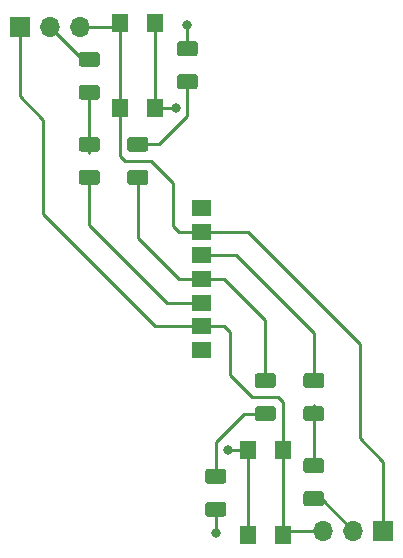
<source format=gbr>
G04 #@! TF.GenerationSoftware,KiCad,Pcbnew,(5.0.1)-4*
G04 #@! TF.CreationDate,2019-02-20T00:24:04+08:00*
G04 #@! TF.ProjectId,Xiaomi2Ali-Smart-Plug-WIFI-Module-Rev.B,5869616F6D6932416C692D536D617274,rev?*
G04 #@! TF.SameCoordinates,Original*
G04 #@! TF.FileFunction,Copper,L1,Top,Signal*
G04 #@! TF.FilePolarity,Positive*
%FSLAX46Y46*%
G04 Gerber Fmt 4.6, Leading zero omitted, Abs format (unit mm)*
G04 Created by KiCad (PCBNEW (5.0.1)-4) date 2019/2/20 0:24:04*
%MOMM*%
%LPD*%
G01*
G04 APERTURE LIST*
G04 #@! TA.AperFunction,ComponentPad*
%ADD10R,1.350000X1.350000*%
G04 #@! TD*
G04 #@! TA.AperFunction,Conductor*
%ADD11C,0.100000*%
G04 #@! TD*
G04 #@! TA.AperFunction,SMDPad,CuDef*
%ADD12C,1.250000*%
G04 #@! TD*
G04 #@! TA.AperFunction,ComponentPad*
%ADD13O,1.700000X1.700000*%
G04 #@! TD*
G04 #@! TA.AperFunction,ComponentPad*
%ADD14R,1.700000X1.700000*%
G04 #@! TD*
G04 #@! TA.AperFunction,SMDPad,CuDef*
%ADD15R,1.400000X1.600000*%
G04 #@! TD*
G04 #@! TA.AperFunction,ViaPad*
%ADD16C,0.800000*%
G04 #@! TD*
G04 #@! TA.AperFunction,Conductor*
%ADD17C,0.250000*%
G04 #@! TD*
G04 APERTURE END LIST*
D10*
G04 #@! TO.P,J1,7*
G04 #@! TO.N,N/C*
X143300000Y-99500000D03*
G04 #@! TO.P,J1,6*
X143300000Y-97500000D03*
G04 #@! TO.P,J1,5*
X143300000Y-95500000D03*
G04 #@! TO.P,J1,4*
X143300000Y-93500000D03*
G04 #@! TO.P,J1,3*
X143300000Y-91500000D03*
G04 #@! TO.P,J1,2*
X143300000Y-89500000D03*
G04 #@! TO.P,J1,1*
X143300000Y-87500000D03*
G04 #@! TD*
G04 #@! TO.P,J1,1*
G04 #@! TO.N,N/C*
X143500000Y-99500000D03*
G04 #@! TO.P,J1,2*
X143500000Y-97500000D03*
G04 #@! TO.P,J1,3*
X143500000Y-95500000D03*
G04 #@! TO.P,J1,4*
X143500000Y-93500000D03*
G04 #@! TO.P,J1,5*
X143500000Y-91500000D03*
G04 #@! TO.P,J1,6*
X143500000Y-89500000D03*
G04 #@! TO.P,J1,7*
X143500000Y-87500000D03*
G04 #@! TD*
D11*
G04 #@! TO.N,N/C*
G04 #@! TO.C,R1*
G36*
X149449504Y-104276204D02*
X149473773Y-104279804D01*
X149497571Y-104285765D01*
X149520671Y-104294030D01*
X149542849Y-104304520D01*
X149563893Y-104317133D01*
X149583598Y-104331747D01*
X149601777Y-104348223D01*
X149618253Y-104366402D01*
X149632867Y-104386107D01*
X149645480Y-104407151D01*
X149655970Y-104429329D01*
X149664235Y-104452429D01*
X149670196Y-104476227D01*
X149673796Y-104500496D01*
X149675000Y-104525000D01*
X149675000Y-105275000D01*
X149673796Y-105299504D01*
X149670196Y-105323773D01*
X149664235Y-105347571D01*
X149655970Y-105370671D01*
X149645480Y-105392849D01*
X149632867Y-105413893D01*
X149618253Y-105433598D01*
X149601777Y-105451777D01*
X149583598Y-105468253D01*
X149563893Y-105482867D01*
X149542849Y-105495480D01*
X149520671Y-105505970D01*
X149497571Y-105514235D01*
X149473773Y-105520196D01*
X149449504Y-105523796D01*
X149425000Y-105525000D01*
X148175000Y-105525000D01*
X148150496Y-105523796D01*
X148126227Y-105520196D01*
X148102429Y-105514235D01*
X148079329Y-105505970D01*
X148057151Y-105495480D01*
X148036107Y-105482867D01*
X148016402Y-105468253D01*
X147998223Y-105451777D01*
X147981747Y-105433598D01*
X147967133Y-105413893D01*
X147954520Y-105392849D01*
X147944030Y-105370671D01*
X147935765Y-105347571D01*
X147929804Y-105323773D01*
X147926204Y-105299504D01*
X147925000Y-105275000D01*
X147925000Y-104525000D01*
X147926204Y-104500496D01*
X147929804Y-104476227D01*
X147935765Y-104452429D01*
X147944030Y-104429329D01*
X147954520Y-104407151D01*
X147967133Y-104386107D01*
X147981747Y-104366402D01*
X147998223Y-104348223D01*
X148016402Y-104331747D01*
X148036107Y-104317133D01*
X148057151Y-104304520D01*
X148079329Y-104294030D01*
X148102429Y-104285765D01*
X148126227Y-104279804D01*
X148150496Y-104276204D01*
X148175000Y-104275000D01*
X149425000Y-104275000D01*
X149449504Y-104276204D01*
X149449504Y-104276204D01*
G37*
D12*
G04 #@! TD*
G04 #@! TO.P,R1,2*
G04 #@! TO.N,N/C*
X148800000Y-104900000D03*
D11*
G04 #@! TO.N,N/C*
G04 #@! TO.C,R1*
G36*
X149449504Y-101476204D02*
X149473773Y-101479804D01*
X149497571Y-101485765D01*
X149520671Y-101494030D01*
X149542849Y-101504520D01*
X149563893Y-101517133D01*
X149583598Y-101531747D01*
X149601777Y-101548223D01*
X149618253Y-101566402D01*
X149632867Y-101586107D01*
X149645480Y-101607151D01*
X149655970Y-101629329D01*
X149664235Y-101652429D01*
X149670196Y-101676227D01*
X149673796Y-101700496D01*
X149675000Y-101725000D01*
X149675000Y-102475000D01*
X149673796Y-102499504D01*
X149670196Y-102523773D01*
X149664235Y-102547571D01*
X149655970Y-102570671D01*
X149645480Y-102592849D01*
X149632867Y-102613893D01*
X149618253Y-102633598D01*
X149601777Y-102651777D01*
X149583598Y-102668253D01*
X149563893Y-102682867D01*
X149542849Y-102695480D01*
X149520671Y-102705970D01*
X149497571Y-102714235D01*
X149473773Y-102720196D01*
X149449504Y-102723796D01*
X149425000Y-102725000D01*
X148175000Y-102725000D01*
X148150496Y-102723796D01*
X148126227Y-102720196D01*
X148102429Y-102714235D01*
X148079329Y-102705970D01*
X148057151Y-102695480D01*
X148036107Y-102682867D01*
X148016402Y-102668253D01*
X147998223Y-102651777D01*
X147981747Y-102633598D01*
X147967133Y-102613893D01*
X147954520Y-102592849D01*
X147944030Y-102570671D01*
X147935765Y-102547571D01*
X147929804Y-102523773D01*
X147926204Y-102499504D01*
X147925000Y-102475000D01*
X147925000Y-101725000D01*
X147926204Y-101700496D01*
X147929804Y-101676227D01*
X147935765Y-101652429D01*
X147944030Y-101629329D01*
X147954520Y-101607151D01*
X147967133Y-101586107D01*
X147981747Y-101566402D01*
X147998223Y-101548223D01*
X148016402Y-101531747D01*
X148036107Y-101517133D01*
X148057151Y-101504520D01*
X148079329Y-101494030D01*
X148102429Y-101485765D01*
X148126227Y-101479804D01*
X148150496Y-101476204D01*
X148175000Y-101475000D01*
X149425000Y-101475000D01*
X149449504Y-101476204D01*
X149449504Y-101476204D01*
G37*
D12*
G04 #@! TD*
G04 #@! TO.P,R1,1*
G04 #@! TO.N,N/C*
X148800000Y-102100000D03*
D11*
G04 #@! TO.N,N/C*
G04 #@! TO.C,yellow*
G36*
X153549504Y-108676204D02*
X153573773Y-108679804D01*
X153597571Y-108685765D01*
X153620671Y-108694030D01*
X153642849Y-108704520D01*
X153663893Y-108717133D01*
X153683598Y-108731747D01*
X153701777Y-108748223D01*
X153718253Y-108766402D01*
X153732867Y-108786107D01*
X153745480Y-108807151D01*
X153755970Y-108829329D01*
X153764235Y-108852429D01*
X153770196Y-108876227D01*
X153773796Y-108900496D01*
X153775000Y-108925000D01*
X153775000Y-109675000D01*
X153773796Y-109699504D01*
X153770196Y-109723773D01*
X153764235Y-109747571D01*
X153755970Y-109770671D01*
X153745480Y-109792849D01*
X153732867Y-109813893D01*
X153718253Y-109833598D01*
X153701777Y-109851777D01*
X153683598Y-109868253D01*
X153663893Y-109882867D01*
X153642849Y-109895480D01*
X153620671Y-109905970D01*
X153597571Y-109914235D01*
X153573773Y-109920196D01*
X153549504Y-109923796D01*
X153525000Y-109925000D01*
X152275000Y-109925000D01*
X152250496Y-109923796D01*
X152226227Y-109920196D01*
X152202429Y-109914235D01*
X152179329Y-109905970D01*
X152157151Y-109895480D01*
X152136107Y-109882867D01*
X152116402Y-109868253D01*
X152098223Y-109851777D01*
X152081747Y-109833598D01*
X152067133Y-109813893D01*
X152054520Y-109792849D01*
X152044030Y-109770671D01*
X152035765Y-109747571D01*
X152029804Y-109723773D01*
X152026204Y-109699504D01*
X152025000Y-109675000D01*
X152025000Y-108925000D01*
X152026204Y-108900496D01*
X152029804Y-108876227D01*
X152035765Y-108852429D01*
X152044030Y-108829329D01*
X152054520Y-108807151D01*
X152067133Y-108786107D01*
X152081747Y-108766402D01*
X152098223Y-108748223D01*
X152116402Y-108731747D01*
X152136107Y-108717133D01*
X152157151Y-108704520D01*
X152179329Y-108694030D01*
X152202429Y-108685765D01*
X152226227Y-108679804D01*
X152250496Y-108676204D01*
X152275000Y-108675000D01*
X153525000Y-108675000D01*
X153549504Y-108676204D01*
X153549504Y-108676204D01*
G37*
D12*
G04 #@! TD*
G04 #@! TO.P,yellow,1*
G04 #@! TO.N,N/C*
X152900000Y-109300000D03*
D11*
G04 #@! TO.N,N/C*
G04 #@! TO.C,yellow*
G36*
X153549504Y-111476204D02*
X153573773Y-111479804D01*
X153597571Y-111485765D01*
X153620671Y-111494030D01*
X153642849Y-111504520D01*
X153663893Y-111517133D01*
X153683598Y-111531747D01*
X153701777Y-111548223D01*
X153718253Y-111566402D01*
X153732867Y-111586107D01*
X153745480Y-111607151D01*
X153755970Y-111629329D01*
X153764235Y-111652429D01*
X153770196Y-111676227D01*
X153773796Y-111700496D01*
X153775000Y-111725000D01*
X153775000Y-112475000D01*
X153773796Y-112499504D01*
X153770196Y-112523773D01*
X153764235Y-112547571D01*
X153755970Y-112570671D01*
X153745480Y-112592849D01*
X153732867Y-112613893D01*
X153718253Y-112633598D01*
X153701777Y-112651777D01*
X153683598Y-112668253D01*
X153663893Y-112682867D01*
X153642849Y-112695480D01*
X153620671Y-112705970D01*
X153597571Y-112714235D01*
X153573773Y-112720196D01*
X153549504Y-112723796D01*
X153525000Y-112725000D01*
X152275000Y-112725000D01*
X152250496Y-112723796D01*
X152226227Y-112720196D01*
X152202429Y-112714235D01*
X152179329Y-112705970D01*
X152157151Y-112695480D01*
X152136107Y-112682867D01*
X152116402Y-112668253D01*
X152098223Y-112651777D01*
X152081747Y-112633598D01*
X152067133Y-112613893D01*
X152054520Y-112592849D01*
X152044030Y-112570671D01*
X152035765Y-112547571D01*
X152029804Y-112523773D01*
X152026204Y-112499504D01*
X152025000Y-112475000D01*
X152025000Y-111725000D01*
X152026204Y-111700496D01*
X152029804Y-111676227D01*
X152035765Y-111652429D01*
X152044030Y-111629329D01*
X152054520Y-111607151D01*
X152067133Y-111586107D01*
X152081747Y-111566402D01*
X152098223Y-111548223D01*
X152116402Y-111531747D01*
X152136107Y-111517133D01*
X152157151Y-111504520D01*
X152179329Y-111494030D01*
X152202429Y-111485765D01*
X152226227Y-111479804D01*
X152250496Y-111476204D01*
X152275000Y-111475000D01*
X153525000Y-111475000D01*
X153549504Y-111476204D01*
X153549504Y-111476204D01*
G37*
D12*
G04 #@! TD*
G04 #@! TO.P,yellow,2*
G04 #@! TO.N,N/C*
X152900000Y-112100000D03*
D13*
G04 #@! TO.P,J2,3*
G04 #@! TO.N,N/C*
X153720000Y-114800000D03*
G04 #@! TO.P,J2,2*
X156260000Y-114800000D03*
D14*
G04 #@! TO.P,J2,1*
X158800000Y-114800000D03*
G04 #@! TD*
D11*
G04 #@! TO.N,N/C*
G04 #@! TO.C,blue*
G36*
X145249504Y-112376204D02*
X145273773Y-112379804D01*
X145297571Y-112385765D01*
X145320671Y-112394030D01*
X145342849Y-112404520D01*
X145363893Y-112417133D01*
X145383598Y-112431747D01*
X145401777Y-112448223D01*
X145418253Y-112466402D01*
X145432867Y-112486107D01*
X145445480Y-112507151D01*
X145455970Y-112529329D01*
X145464235Y-112552429D01*
X145470196Y-112576227D01*
X145473796Y-112600496D01*
X145475000Y-112625000D01*
X145475000Y-113375000D01*
X145473796Y-113399504D01*
X145470196Y-113423773D01*
X145464235Y-113447571D01*
X145455970Y-113470671D01*
X145445480Y-113492849D01*
X145432867Y-113513893D01*
X145418253Y-113533598D01*
X145401777Y-113551777D01*
X145383598Y-113568253D01*
X145363893Y-113582867D01*
X145342849Y-113595480D01*
X145320671Y-113605970D01*
X145297571Y-113614235D01*
X145273773Y-113620196D01*
X145249504Y-113623796D01*
X145225000Y-113625000D01*
X143975000Y-113625000D01*
X143950496Y-113623796D01*
X143926227Y-113620196D01*
X143902429Y-113614235D01*
X143879329Y-113605970D01*
X143857151Y-113595480D01*
X143836107Y-113582867D01*
X143816402Y-113568253D01*
X143798223Y-113551777D01*
X143781747Y-113533598D01*
X143767133Y-113513893D01*
X143754520Y-113492849D01*
X143744030Y-113470671D01*
X143735765Y-113447571D01*
X143729804Y-113423773D01*
X143726204Y-113399504D01*
X143725000Y-113375000D01*
X143725000Y-112625000D01*
X143726204Y-112600496D01*
X143729804Y-112576227D01*
X143735765Y-112552429D01*
X143744030Y-112529329D01*
X143754520Y-112507151D01*
X143767133Y-112486107D01*
X143781747Y-112466402D01*
X143798223Y-112448223D01*
X143816402Y-112431747D01*
X143836107Y-112417133D01*
X143857151Y-112404520D01*
X143879329Y-112394030D01*
X143902429Y-112385765D01*
X143926227Y-112379804D01*
X143950496Y-112376204D01*
X143975000Y-112375000D01*
X145225000Y-112375000D01*
X145249504Y-112376204D01*
X145249504Y-112376204D01*
G37*
D12*
G04 #@! TD*
G04 #@! TO.P,blue,2*
G04 #@! TO.N,N/C*
X144600000Y-113000000D03*
D11*
G04 #@! TO.N,N/C*
G04 #@! TO.C,blue*
G36*
X145249504Y-109576204D02*
X145273773Y-109579804D01*
X145297571Y-109585765D01*
X145320671Y-109594030D01*
X145342849Y-109604520D01*
X145363893Y-109617133D01*
X145383598Y-109631747D01*
X145401777Y-109648223D01*
X145418253Y-109666402D01*
X145432867Y-109686107D01*
X145445480Y-109707151D01*
X145455970Y-109729329D01*
X145464235Y-109752429D01*
X145470196Y-109776227D01*
X145473796Y-109800496D01*
X145475000Y-109825000D01*
X145475000Y-110575000D01*
X145473796Y-110599504D01*
X145470196Y-110623773D01*
X145464235Y-110647571D01*
X145455970Y-110670671D01*
X145445480Y-110692849D01*
X145432867Y-110713893D01*
X145418253Y-110733598D01*
X145401777Y-110751777D01*
X145383598Y-110768253D01*
X145363893Y-110782867D01*
X145342849Y-110795480D01*
X145320671Y-110805970D01*
X145297571Y-110814235D01*
X145273773Y-110820196D01*
X145249504Y-110823796D01*
X145225000Y-110825000D01*
X143975000Y-110825000D01*
X143950496Y-110823796D01*
X143926227Y-110820196D01*
X143902429Y-110814235D01*
X143879329Y-110805970D01*
X143857151Y-110795480D01*
X143836107Y-110782867D01*
X143816402Y-110768253D01*
X143798223Y-110751777D01*
X143781747Y-110733598D01*
X143767133Y-110713893D01*
X143754520Y-110692849D01*
X143744030Y-110670671D01*
X143735765Y-110647571D01*
X143729804Y-110623773D01*
X143726204Y-110599504D01*
X143725000Y-110575000D01*
X143725000Y-109825000D01*
X143726204Y-109800496D01*
X143729804Y-109776227D01*
X143735765Y-109752429D01*
X143744030Y-109729329D01*
X143754520Y-109707151D01*
X143767133Y-109686107D01*
X143781747Y-109666402D01*
X143798223Y-109648223D01*
X143816402Y-109631747D01*
X143836107Y-109617133D01*
X143857151Y-109604520D01*
X143879329Y-109594030D01*
X143902429Y-109585765D01*
X143926227Y-109579804D01*
X143950496Y-109576204D01*
X143975000Y-109575000D01*
X145225000Y-109575000D01*
X145249504Y-109576204D01*
X145249504Y-109576204D01*
G37*
D12*
G04 #@! TD*
G04 #@! TO.P,blue,1*
G04 #@! TO.N,N/C*
X144600000Y-110200000D03*
D15*
G04 #@! TO.P,SW1,2*
G04 #@! TO.N,N/C*
X147300000Y-108000000D03*
X147300000Y-115200000D03*
G04 #@! TO.P,SW1,1*
X150300000Y-108000000D03*
X150300000Y-115200000D03*
G04 #@! TD*
D11*
G04 #@! TO.N,N/C*
G04 #@! TO.C,R2*
G36*
X153549504Y-101476204D02*
X153573773Y-101479804D01*
X153597571Y-101485765D01*
X153620671Y-101494030D01*
X153642849Y-101504520D01*
X153663893Y-101517133D01*
X153683598Y-101531747D01*
X153701777Y-101548223D01*
X153718253Y-101566402D01*
X153732867Y-101586107D01*
X153745480Y-101607151D01*
X153755970Y-101629329D01*
X153764235Y-101652429D01*
X153770196Y-101676227D01*
X153773796Y-101700496D01*
X153775000Y-101725000D01*
X153775000Y-102475000D01*
X153773796Y-102499504D01*
X153770196Y-102523773D01*
X153764235Y-102547571D01*
X153755970Y-102570671D01*
X153745480Y-102592849D01*
X153732867Y-102613893D01*
X153718253Y-102633598D01*
X153701777Y-102651777D01*
X153683598Y-102668253D01*
X153663893Y-102682867D01*
X153642849Y-102695480D01*
X153620671Y-102705970D01*
X153597571Y-102714235D01*
X153573773Y-102720196D01*
X153549504Y-102723796D01*
X153525000Y-102725000D01*
X152275000Y-102725000D01*
X152250496Y-102723796D01*
X152226227Y-102720196D01*
X152202429Y-102714235D01*
X152179329Y-102705970D01*
X152157151Y-102695480D01*
X152136107Y-102682867D01*
X152116402Y-102668253D01*
X152098223Y-102651777D01*
X152081747Y-102633598D01*
X152067133Y-102613893D01*
X152054520Y-102592849D01*
X152044030Y-102570671D01*
X152035765Y-102547571D01*
X152029804Y-102523773D01*
X152026204Y-102499504D01*
X152025000Y-102475000D01*
X152025000Y-101725000D01*
X152026204Y-101700496D01*
X152029804Y-101676227D01*
X152035765Y-101652429D01*
X152044030Y-101629329D01*
X152054520Y-101607151D01*
X152067133Y-101586107D01*
X152081747Y-101566402D01*
X152098223Y-101548223D01*
X152116402Y-101531747D01*
X152136107Y-101517133D01*
X152157151Y-101504520D01*
X152179329Y-101494030D01*
X152202429Y-101485765D01*
X152226227Y-101479804D01*
X152250496Y-101476204D01*
X152275000Y-101475000D01*
X153525000Y-101475000D01*
X153549504Y-101476204D01*
X153549504Y-101476204D01*
G37*
D12*
G04 #@! TD*
G04 #@! TO.P,R2,1*
G04 #@! TO.N,N/C*
X152900000Y-102100000D03*
D11*
G04 #@! TO.N,N/C*
G04 #@! TO.C,R2*
G36*
X153549504Y-104276204D02*
X153573773Y-104279804D01*
X153597571Y-104285765D01*
X153620671Y-104294030D01*
X153642849Y-104304520D01*
X153663893Y-104317133D01*
X153683598Y-104331747D01*
X153701777Y-104348223D01*
X153718253Y-104366402D01*
X153732867Y-104386107D01*
X153745480Y-104407151D01*
X153755970Y-104429329D01*
X153764235Y-104452429D01*
X153770196Y-104476227D01*
X153773796Y-104500496D01*
X153775000Y-104525000D01*
X153775000Y-105275000D01*
X153773796Y-105299504D01*
X153770196Y-105323773D01*
X153764235Y-105347571D01*
X153755970Y-105370671D01*
X153745480Y-105392849D01*
X153732867Y-105413893D01*
X153718253Y-105433598D01*
X153701777Y-105451777D01*
X153683598Y-105468253D01*
X153663893Y-105482867D01*
X153642849Y-105495480D01*
X153620671Y-105505970D01*
X153597571Y-105514235D01*
X153573773Y-105520196D01*
X153549504Y-105523796D01*
X153525000Y-105525000D01*
X152275000Y-105525000D01*
X152250496Y-105523796D01*
X152226227Y-105520196D01*
X152202429Y-105514235D01*
X152179329Y-105505970D01*
X152157151Y-105495480D01*
X152136107Y-105482867D01*
X152116402Y-105468253D01*
X152098223Y-105451777D01*
X152081747Y-105433598D01*
X152067133Y-105413893D01*
X152054520Y-105392849D01*
X152044030Y-105370671D01*
X152035765Y-105347571D01*
X152029804Y-105323773D01*
X152026204Y-105299504D01*
X152025000Y-105275000D01*
X152025000Y-104525000D01*
X152026204Y-104500496D01*
X152029804Y-104476227D01*
X152035765Y-104452429D01*
X152044030Y-104429329D01*
X152054520Y-104407151D01*
X152067133Y-104386107D01*
X152081747Y-104366402D01*
X152098223Y-104348223D01*
X152116402Y-104331747D01*
X152136107Y-104317133D01*
X152157151Y-104304520D01*
X152179329Y-104294030D01*
X152202429Y-104285765D01*
X152226227Y-104279804D01*
X152250496Y-104276204D01*
X152275000Y-104275000D01*
X153525000Y-104275000D01*
X153549504Y-104276204D01*
X153549504Y-104276204D01*
G37*
D12*
G04 #@! TD*
G04 #@! TO.P,R2,2*
G04 #@! TO.N,N/C*
X152900000Y-104900000D03*
D11*
G04 #@! TO.N,Net-(D1-Pad1)*
G04 #@! TO.C,blue*
G36*
X142849504Y-76176204D02*
X142873773Y-76179804D01*
X142897571Y-76185765D01*
X142920671Y-76194030D01*
X142942849Y-76204520D01*
X142963893Y-76217133D01*
X142983598Y-76231747D01*
X143001777Y-76248223D01*
X143018253Y-76266402D01*
X143032867Y-76286107D01*
X143045480Y-76307151D01*
X143055970Y-76329329D01*
X143064235Y-76352429D01*
X143070196Y-76376227D01*
X143073796Y-76400496D01*
X143075000Y-76425000D01*
X143075000Y-77175000D01*
X143073796Y-77199504D01*
X143070196Y-77223773D01*
X143064235Y-77247571D01*
X143055970Y-77270671D01*
X143045480Y-77292849D01*
X143032867Y-77313893D01*
X143018253Y-77333598D01*
X143001777Y-77351777D01*
X142983598Y-77368253D01*
X142963893Y-77382867D01*
X142942849Y-77395480D01*
X142920671Y-77405970D01*
X142897571Y-77414235D01*
X142873773Y-77420196D01*
X142849504Y-77423796D01*
X142825000Y-77425000D01*
X141575000Y-77425000D01*
X141550496Y-77423796D01*
X141526227Y-77420196D01*
X141502429Y-77414235D01*
X141479329Y-77405970D01*
X141457151Y-77395480D01*
X141436107Y-77382867D01*
X141416402Y-77368253D01*
X141398223Y-77351777D01*
X141381747Y-77333598D01*
X141367133Y-77313893D01*
X141354520Y-77292849D01*
X141344030Y-77270671D01*
X141335765Y-77247571D01*
X141329804Y-77223773D01*
X141326204Y-77199504D01*
X141325000Y-77175000D01*
X141325000Y-76425000D01*
X141326204Y-76400496D01*
X141329804Y-76376227D01*
X141335765Y-76352429D01*
X141344030Y-76329329D01*
X141354520Y-76307151D01*
X141367133Y-76286107D01*
X141381747Y-76266402D01*
X141398223Y-76248223D01*
X141416402Y-76231747D01*
X141436107Y-76217133D01*
X141457151Y-76204520D01*
X141479329Y-76194030D01*
X141502429Y-76185765D01*
X141526227Y-76179804D01*
X141550496Y-76176204D01*
X141575000Y-76175000D01*
X142825000Y-76175000D01*
X142849504Y-76176204D01*
X142849504Y-76176204D01*
G37*
D12*
G04 #@! TD*
G04 #@! TO.P,blue,1*
G04 #@! TO.N,Net-(D1-Pad1)*
X142200000Y-76800000D03*
D11*
G04 #@! TO.N,VCC*
G04 #@! TO.C,blue*
G36*
X142849504Y-73376204D02*
X142873773Y-73379804D01*
X142897571Y-73385765D01*
X142920671Y-73394030D01*
X142942849Y-73404520D01*
X142963893Y-73417133D01*
X142983598Y-73431747D01*
X143001777Y-73448223D01*
X143018253Y-73466402D01*
X143032867Y-73486107D01*
X143045480Y-73507151D01*
X143055970Y-73529329D01*
X143064235Y-73552429D01*
X143070196Y-73576227D01*
X143073796Y-73600496D01*
X143075000Y-73625000D01*
X143075000Y-74375000D01*
X143073796Y-74399504D01*
X143070196Y-74423773D01*
X143064235Y-74447571D01*
X143055970Y-74470671D01*
X143045480Y-74492849D01*
X143032867Y-74513893D01*
X143018253Y-74533598D01*
X143001777Y-74551777D01*
X142983598Y-74568253D01*
X142963893Y-74582867D01*
X142942849Y-74595480D01*
X142920671Y-74605970D01*
X142897571Y-74614235D01*
X142873773Y-74620196D01*
X142849504Y-74623796D01*
X142825000Y-74625000D01*
X141575000Y-74625000D01*
X141550496Y-74623796D01*
X141526227Y-74620196D01*
X141502429Y-74614235D01*
X141479329Y-74605970D01*
X141457151Y-74595480D01*
X141436107Y-74582867D01*
X141416402Y-74568253D01*
X141398223Y-74551777D01*
X141381747Y-74533598D01*
X141367133Y-74513893D01*
X141354520Y-74492849D01*
X141344030Y-74470671D01*
X141335765Y-74447571D01*
X141329804Y-74423773D01*
X141326204Y-74399504D01*
X141325000Y-74375000D01*
X141325000Y-73625000D01*
X141326204Y-73600496D01*
X141329804Y-73576227D01*
X141335765Y-73552429D01*
X141344030Y-73529329D01*
X141354520Y-73507151D01*
X141367133Y-73486107D01*
X141381747Y-73466402D01*
X141398223Y-73448223D01*
X141416402Y-73431747D01*
X141436107Y-73417133D01*
X141457151Y-73404520D01*
X141479329Y-73394030D01*
X141502429Y-73385765D01*
X141526227Y-73379804D01*
X141550496Y-73376204D01*
X141575000Y-73375000D01*
X142825000Y-73375000D01*
X142849504Y-73376204D01*
X142849504Y-73376204D01*
G37*
D12*
G04 #@! TD*
G04 #@! TO.P,blue,2*
G04 #@! TO.N,VCC*
X142200000Y-74000000D03*
D11*
G04 #@! TO.N,VCC*
G04 #@! TO.C,yellow*
G36*
X134549504Y-74276204D02*
X134573773Y-74279804D01*
X134597571Y-74285765D01*
X134620671Y-74294030D01*
X134642849Y-74304520D01*
X134663893Y-74317133D01*
X134683598Y-74331747D01*
X134701777Y-74348223D01*
X134718253Y-74366402D01*
X134732867Y-74386107D01*
X134745480Y-74407151D01*
X134755970Y-74429329D01*
X134764235Y-74452429D01*
X134770196Y-74476227D01*
X134773796Y-74500496D01*
X134775000Y-74525000D01*
X134775000Y-75275000D01*
X134773796Y-75299504D01*
X134770196Y-75323773D01*
X134764235Y-75347571D01*
X134755970Y-75370671D01*
X134745480Y-75392849D01*
X134732867Y-75413893D01*
X134718253Y-75433598D01*
X134701777Y-75451777D01*
X134683598Y-75468253D01*
X134663893Y-75482867D01*
X134642849Y-75495480D01*
X134620671Y-75505970D01*
X134597571Y-75514235D01*
X134573773Y-75520196D01*
X134549504Y-75523796D01*
X134525000Y-75525000D01*
X133275000Y-75525000D01*
X133250496Y-75523796D01*
X133226227Y-75520196D01*
X133202429Y-75514235D01*
X133179329Y-75505970D01*
X133157151Y-75495480D01*
X133136107Y-75482867D01*
X133116402Y-75468253D01*
X133098223Y-75451777D01*
X133081747Y-75433598D01*
X133067133Y-75413893D01*
X133054520Y-75392849D01*
X133044030Y-75370671D01*
X133035765Y-75347571D01*
X133029804Y-75323773D01*
X133026204Y-75299504D01*
X133025000Y-75275000D01*
X133025000Y-74525000D01*
X133026204Y-74500496D01*
X133029804Y-74476227D01*
X133035765Y-74452429D01*
X133044030Y-74429329D01*
X133054520Y-74407151D01*
X133067133Y-74386107D01*
X133081747Y-74366402D01*
X133098223Y-74348223D01*
X133116402Y-74331747D01*
X133136107Y-74317133D01*
X133157151Y-74304520D01*
X133179329Y-74294030D01*
X133202429Y-74285765D01*
X133226227Y-74279804D01*
X133250496Y-74276204D01*
X133275000Y-74275000D01*
X134525000Y-74275000D01*
X134549504Y-74276204D01*
X134549504Y-74276204D01*
G37*
D12*
G04 #@! TD*
G04 #@! TO.P,yellow,2*
G04 #@! TO.N,VCC*
X133900000Y-74900000D03*
D11*
G04 #@! TO.N,Net-(D2-Pad1)*
G04 #@! TO.C,yellow*
G36*
X134549504Y-77076204D02*
X134573773Y-77079804D01*
X134597571Y-77085765D01*
X134620671Y-77094030D01*
X134642849Y-77104520D01*
X134663893Y-77117133D01*
X134683598Y-77131747D01*
X134701777Y-77148223D01*
X134718253Y-77166402D01*
X134732867Y-77186107D01*
X134745480Y-77207151D01*
X134755970Y-77229329D01*
X134764235Y-77252429D01*
X134770196Y-77276227D01*
X134773796Y-77300496D01*
X134775000Y-77325000D01*
X134775000Y-78075000D01*
X134773796Y-78099504D01*
X134770196Y-78123773D01*
X134764235Y-78147571D01*
X134755970Y-78170671D01*
X134745480Y-78192849D01*
X134732867Y-78213893D01*
X134718253Y-78233598D01*
X134701777Y-78251777D01*
X134683598Y-78268253D01*
X134663893Y-78282867D01*
X134642849Y-78295480D01*
X134620671Y-78305970D01*
X134597571Y-78314235D01*
X134573773Y-78320196D01*
X134549504Y-78323796D01*
X134525000Y-78325000D01*
X133275000Y-78325000D01*
X133250496Y-78323796D01*
X133226227Y-78320196D01*
X133202429Y-78314235D01*
X133179329Y-78305970D01*
X133157151Y-78295480D01*
X133136107Y-78282867D01*
X133116402Y-78268253D01*
X133098223Y-78251777D01*
X133081747Y-78233598D01*
X133067133Y-78213893D01*
X133054520Y-78192849D01*
X133044030Y-78170671D01*
X133035765Y-78147571D01*
X133029804Y-78123773D01*
X133026204Y-78099504D01*
X133025000Y-78075000D01*
X133025000Y-77325000D01*
X133026204Y-77300496D01*
X133029804Y-77276227D01*
X133035765Y-77252429D01*
X133044030Y-77229329D01*
X133054520Y-77207151D01*
X133067133Y-77186107D01*
X133081747Y-77166402D01*
X133098223Y-77148223D01*
X133116402Y-77131747D01*
X133136107Y-77117133D01*
X133157151Y-77104520D01*
X133179329Y-77094030D01*
X133202429Y-77085765D01*
X133226227Y-77079804D01*
X133250496Y-77076204D01*
X133275000Y-77075000D01*
X134525000Y-77075000D01*
X134549504Y-77076204D01*
X134549504Y-77076204D01*
G37*
D12*
G04 #@! TD*
G04 #@! TO.P,yellow,1*
G04 #@! TO.N,Net-(D2-Pad1)*
X133900000Y-77700000D03*
D14*
G04 #@! TO.P,J2,1*
G04 #@! TO.N,Net-(J1-Pad6)*
X128000000Y-72200000D03*
D13*
G04 #@! TO.P,J2,2*
G04 #@! TO.N,VCC*
X130540000Y-72200000D03*
G04 #@! TO.P,J2,3*
G04 #@! TO.N,GND*
X133080000Y-72200000D03*
G04 #@! TD*
D11*
G04 #@! TO.N,Net-(J1-Pad4)*
G04 #@! TO.C,R1*
G36*
X138649504Y-84276204D02*
X138673773Y-84279804D01*
X138697571Y-84285765D01*
X138720671Y-84294030D01*
X138742849Y-84304520D01*
X138763893Y-84317133D01*
X138783598Y-84331747D01*
X138801777Y-84348223D01*
X138818253Y-84366402D01*
X138832867Y-84386107D01*
X138845480Y-84407151D01*
X138855970Y-84429329D01*
X138864235Y-84452429D01*
X138870196Y-84476227D01*
X138873796Y-84500496D01*
X138875000Y-84525000D01*
X138875000Y-85275000D01*
X138873796Y-85299504D01*
X138870196Y-85323773D01*
X138864235Y-85347571D01*
X138855970Y-85370671D01*
X138845480Y-85392849D01*
X138832867Y-85413893D01*
X138818253Y-85433598D01*
X138801777Y-85451777D01*
X138783598Y-85468253D01*
X138763893Y-85482867D01*
X138742849Y-85495480D01*
X138720671Y-85505970D01*
X138697571Y-85514235D01*
X138673773Y-85520196D01*
X138649504Y-85523796D01*
X138625000Y-85525000D01*
X137375000Y-85525000D01*
X137350496Y-85523796D01*
X137326227Y-85520196D01*
X137302429Y-85514235D01*
X137279329Y-85505970D01*
X137257151Y-85495480D01*
X137236107Y-85482867D01*
X137216402Y-85468253D01*
X137198223Y-85451777D01*
X137181747Y-85433598D01*
X137167133Y-85413893D01*
X137154520Y-85392849D01*
X137144030Y-85370671D01*
X137135765Y-85347571D01*
X137129804Y-85323773D01*
X137126204Y-85299504D01*
X137125000Y-85275000D01*
X137125000Y-84525000D01*
X137126204Y-84500496D01*
X137129804Y-84476227D01*
X137135765Y-84452429D01*
X137144030Y-84429329D01*
X137154520Y-84407151D01*
X137167133Y-84386107D01*
X137181747Y-84366402D01*
X137198223Y-84348223D01*
X137216402Y-84331747D01*
X137236107Y-84317133D01*
X137257151Y-84304520D01*
X137279329Y-84294030D01*
X137302429Y-84285765D01*
X137326227Y-84279804D01*
X137350496Y-84276204D01*
X137375000Y-84275000D01*
X138625000Y-84275000D01*
X138649504Y-84276204D01*
X138649504Y-84276204D01*
G37*
D12*
G04 #@! TD*
G04 #@! TO.P,R1,1*
G04 #@! TO.N,Net-(J1-Pad4)*
X138000000Y-84900000D03*
D11*
G04 #@! TO.N,Net-(D1-Pad1)*
G04 #@! TO.C,R1*
G36*
X138649504Y-81476204D02*
X138673773Y-81479804D01*
X138697571Y-81485765D01*
X138720671Y-81494030D01*
X138742849Y-81504520D01*
X138763893Y-81517133D01*
X138783598Y-81531747D01*
X138801777Y-81548223D01*
X138818253Y-81566402D01*
X138832867Y-81586107D01*
X138845480Y-81607151D01*
X138855970Y-81629329D01*
X138864235Y-81652429D01*
X138870196Y-81676227D01*
X138873796Y-81700496D01*
X138875000Y-81725000D01*
X138875000Y-82475000D01*
X138873796Y-82499504D01*
X138870196Y-82523773D01*
X138864235Y-82547571D01*
X138855970Y-82570671D01*
X138845480Y-82592849D01*
X138832867Y-82613893D01*
X138818253Y-82633598D01*
X138801777Y-82651777D01*
X138783598Y-82668253D01*
X138763893Y-82682867D01*
X138742849Y-82695480D01*
X138720671Y-82705970D01*
X138697571Y-82714235D01*
X138673773Y-82720196D01*
X138649504Y-82723796D01*
X138625000Y-82725000D01*
X137375000Y-82725000D01*
X137350496Y-82723796D01*
X137326227Y-82720196D01*
X137302429Y-82714235D01*
X137279329Y-82705970D01*
X137257151Y-82695480D01*
X137236107Y-82682867D01*
X137216402Y-82668253D01*
X137198223Y-82651777D01*
X137181747Y-82633598D01*
X137167133Y-82613893D01*
X137154520Y-82592849D01*
X137144030Y-82570671D01*
X137135765Y-82547571D01*
X137129804Y-82523773D01*
X137126204Y-82499504D01*
X137125000Y-82475000D01*
X137125000Y-81725000D01*
X137126204Y-81700496D01*
X137129804Y-81676227D01*
X137135765Y-81652429D01*
X137144030Y-81629329D01*
X137154520Y-81607151D01*
X137167133Y-81586107D01*
X137181747Y-81566402D01*
X137198223Y-81548223D01*
X137216402Y-81531747D01*
X137236107Y-81517133D01*
X137257151Y-81504520D01*
X137279329Y-81494030D01*
X137302429Y-81485765D01*
X137326227Y-81479804D01*
X137350496Y-81476204D01*
X137375000Y-81475000D01*
X138625000Y-81475000D01*
X138649504Y-81476204D01*
X138649504Y-81476204D01*
G37*
D12*
G04 #@! TD*
G04 #@! TO.P,R1,2*
G04 #@! TO.N,Net-(D1-Pad1)*
X138000000Y-82100000D03*
D11*
G04 #@! TO.N,Net-(D2-Pad1)*
G04 #@! TO.C,R2*
G36*
X134549504Y-81476204D02*
X134573773Y-81479804D01*
X134597571Y-81485765D01*
X134620671Y-81494030D01*
X134642849Y-81504520D01*
X134663893Y-81517133D01*
X134683598Y-81531747D01*
X134701777Y-81548223D01*
X134718253Y-81566402D01*
X134732867Y-81586107D01*
X134745480Y-81607151D01*
X134755970Y-81629329D01*
X134764235Y-81652429D01*
X134770196Y-81676227D01*
X134773796Y-81700496D01*
X134775000Y-81725000D01*
X134775000Y-82475000D01*
X134773796Y-82499504D01*
X134770196Y-82523773D01*
X134764235Y-82547571D01*
X134755970Y-82570671D01*
X134745480Y-82592849D01*
X134732867Y-82613893D01*
X134718253Y-82633598D01*
X134701777Y-82651777D01*
X134683598Y-82668253D01*
X134663893Y-82682867D01*
X134642849Y-82695480D01*
X134620671Y-82705970D01*
X134597571Y-82714235D01*
X134573773Y-82720196D01*
X134549504Y-82723796D01*
X134525000Y-82725000D01*
X133275000Y-82725000D01*
X133250496Y-82723796D01*
X133226227Y-82720196D01*
X133202429Y-82714235D01*
X133179329Y-82705970D01*
X133157151Y-82695480D01*
X133136107Y-82682867D01*
X133116402Y-82668253D01*
X133098223Y-82651777D01*
X133081747Y-82633598D01*
X133067133Y-82613893D01*
X133054520Y-82592849D01*
X133044030Y-82570671D01*
X133035765Y-82547571D01*
X133029804Y-82523773D01*
X133026204Y-82499504D01*
X133025000Y-82475000D01*
X133025000Y-81725000D01*
X133026204Y-81700496D01*
X133029804Y-81676227D01*
X133035765Y-81652429D01*
X133044030Y-81629329D01*
X133054520Y-81607151D01*
X133067133Y-81586107D01*
X133081747Y-81566402D01*
X133098223Y-81548223D01*
X133116402Y-81531747D01*
X133136107Y-81517133D01*
X133157151Y-81504520D01*
X133179329Y-81494030D01*
X133202429Y-81485765D01*
X133226227Y-81479804D01*
X133250496Y-81476204D01*
X133275000Y-81475000D01*
X134525000Y-81475000D01*
X134549504Y-81476204D01*
X134549504Y-81476204D01*
G37*
D12*
G04 #@! TD*
G04 #@! TO.P,R2,2*
G04 #@! TO.N,Net-(D2-Pad1)*
X133900000Y-82100000D03*
D11*
G04 #@! TO.N,Net-(J1-Pad5)*
G04 #@! TO.C,R2*
G36*
X134549504Y-84276204D02*
X134573773Y-84279804D01*
X134597571Y-84285765D01*
X134620671Y-84294030D01*
X134642849Y-84304520D01*
X134663893Y-84317133D01*
X134683598Y-84331747D01*
X134701777Y-84348223D01*
X134718253Y-84366402D01*
X134732867Y-84386107D01*
X134745480Y-84407151D01*
X134755970Y-84429329D01*
X134764235Y-84452429D01*
X134770196Y-84476227D01*
X134773796Y-84500496D01*
X134775000Y-84525000D01*
X134775000Y-85275000D01*
X134773796Y-85299504D01*
X134770196Y-85323773D01*
X134764235Y-85347571D01*
X134755970Y-85370671D01*
X134745480Y-85392849D01*
X134732867Y-85413893D01*
X134718253Y-85433598D01*
X134701777Y-85451777D01*
X134683598Y-85468253D01*
X134663893Y-85482867D01*
X134642849Y-85495480D01*
X134620671Y-85505970D01*
X134597571Y-85514235D01*
X134573773Y-85520196D01*
X134549504Y-85523796D01*
X134525000Y-85525000D01*
X133275000Y-85525000D01*
X133250496Y-85523796D01*
X133226227Y-85520196D01*
X133202429Y-85514235D01*
X133179329Y-85505970D01*
X133157151Y-85495480D01*
X133136107Y-85482867D01*
X133116402Y-85468253D01*
X133098223Y-85451777D01*
X133081747Y-85433598D01*
X133067133Y-85413893D01*
X133054520Y-85392849D01*
X133044030Y-85370671D01*
X133035765Y-85347571D01*
X133029804Y-85323773D01*
X133026204Y-85299504D01*
X133025000Y-85275000D01*
X133025000Y-84525000D01*
X133026204Y-84500496D01*
X133029804Y-84476227D01*
X133035765Y-84452429D01*
X133044030Y-84429329D01*
X133054520Y-84407151D01*
X133067133Y-84386107D01*
X133081747Y-84366402D01*
X133098223Y-84348223D01*
X133116402Y-84331747D01*
X133136107Y-84317133D01*
X133157151Y-84304520D01*
X133179329Y-84294030D01*
X133202429Y-84285765D01*
X133226227Y-84279804D01*
X133250496Y-84276204D01*
X133275000Y-84275000D01*
X134525000Y-84275000D01*
X134549504Y-84276204D01*
X134549504Y-84276204D01*
G37*
D12*
G04 #@! TD*
G04 #@! TO.P,R2,1*
G04 #@! TO.N,Net-(J1-Pad5)*
X133900000Y-84900000D03*
D15*
G04 #@! TO.P,SW1,1*
G04 #@! TO.N,GND*
X136500000Y-71800000D03*
X136500000Y-79000000D03*
G04 #@! TO.P,SW1,2*
G04 #@! TO.N,Net-(J1-Pad3)*
X139500000Y-71800000D03*
X139500000Y-79000000D03*
G04 #@! TD*
D16*
G04 #@! TO.N,*
X144600000Y-115000000D03*
X145600000Y-108000000D03*
G04 #@! TO.N,VCC*
X142200000Y-72000000D03*
G04 #@! TO.N,Net-(J1-Pad3)*
X141200000Y-79000000D03*
G04 #@! TD*
D17*
G04 #@! TO.N,*
X144600000Y-107300000D02*
X147000000Y-104900000D01*
X144600000Y-110200000D02*
X144600000Y-107300000D01*
X147000000Y-104900000D02*
X148800000Y-104900000D01*
X144600000Y-113000000D02*
X144600000Y-113000000D01*
X156260000Y-114800000D02*
X153560000Y-112100000D01*
X152900000Y-112100000D02*
X152900000Y-112100000D01*
X144600000Y-115000000D02*
X144600000Y-113000000D01*
X153560000Y-112100000D02*
X152900000Y-112100000D01*
X152900000Y-109300000D02*
X152900000Y-104200000D01*
X150300000Y-108000000D02*
X150300000Y-103900000D01*
X145800000Y-98000000D02*
X145300000Y-97500000D01*
X150300000Y-114150000D02*
X150300000Y-108000000D01*
X150300000Y-103900000D02*
X149900000Y-103500000D01*
X153720000Y-114800000D02*
X150700000Y-114800000D01*
X150300000Y-115200000D02*
X150300000Y-114150000D01*
X150700000Y-114800000D02*
X150300000Y-115200000D01*
X149900000Y-103500000D02*
X147700000Y-103500000D01*
X147700000Y-103500000D02*
X145800000Y-101600000D01*
X145800000Y-101600000D02*
X145800000Y-98000000D01*
X147400000Y-108000000D02*
X145600000Y-108000000D01*
X147300000Y-114150000D02*
X147300000Y-107900000D01*
X147300000Y-115200000D02*
X147300000Y-114150000D01*
X148800000Y-97000000D02*
X145300000Y-93500000D01*
X148800000Y-102100000D02*
X148800000Y-97000000D01*
X152900000Y-98100000D02*
X146300000Y-91500000D01*
X152900000Y-102100000D02*
X152900000Y-98100000D01*
X156800000Y-99000000D02*
X147300000Y-89500000D01*
X158800000Y-109000000D02*
X156800000Y-107000000D01*
X156800000Y-107000000D02*
X156800000Y-99000000D01*
X158800000Y-114800000D02*
X158800000Y-109000000D01*
X145300000Y-97500000D02*
X143750010Y-97500000D01*
X145300000Y-93500000D02*
X143750010Y-93500000D01*
X146300000Y-91500000D02*
X143500000Y-91500000D01*
X147300000Y-89500000D02*
X143750010Y-89500000D01*
G04 #@! TO.N,Net-(D1-Pad1)*
X139800000Y-82100000D02*
X138000000Y-82100000D01*
X142200000Y-76800000D02*
X142200000Y-79700000D01*
X142200000Y-79700000D02*
X139800000Y-82100000D01*
G04 #@! TO.N,VCC*
X142200000Y-74000000D02*
X142200000Y-74000000D01*
X133240000Y-74900000D02*
X133900000Y-74900000D01*
X130540000Y-72200000D02*
X133240000Y-74900000D01*
X133900000Y-74900000D02*
X133900000Y-74900000D01*
X142200000Y-72000000D02*
X142200000Y-74000000D01*
G04 #@! TO.N,Net-(D2-Pad1)*
X133900000Y-77700000D02*
X133900000Y-82800000D01*
G04 #@! TO.N,GND*
X136100000Y-72200000D02*
X136500000Y-71800000D01*
X133080000Y-72200000D02*
X136100000Y-72200000D01*
X136500000Y-72850000D02*
X136500000Y-79000000D01*
X136500000Y-71800000D02*
X136500000Y-72850000D01*
X136500000Y-83100000D02*
X136900000Y-83500000D01*
X136500000Y-79000000D02*
X136500000Y-83100000D01*
X136900000Y-83500000D02*
X139100000Y-83500000D01*
X139100000Y-83500000D02*
X141000000Y-85400000D01*
X141000000Y-85400000D02*
X141000000Y-89000000D01*
X141000000Y-89000000D02*
X141500000Y-89500000D01*
X141500000Y-89500000D02*
X143300000Y-89500000D01*
G04 #@! TO.N,Net-(J1-Pad3)*
X139500000Y-72850000D02*
X139500000Y-79100000D01*
X139500000Y-71800000D02*
X139500000Y-72850000D01*
X139400000Y-79000000D02*
X141200000Y-79000000D01*
G04 #@! TO.N,Net-(J1-Pad4)*
X138000000Y-84900000D02*
X138000000Y-90000000D01*
X138000000Y-90000000D02*
X141500000Y-93500000D01*
X141500000Y-93500000D02*
X143300000Y-93500000D01*
G04 #@! TO.N,Net-(J1-Pad5)*
X133900000Y-84900000D02*
X133900000Y-88900000D01*
X133900000Y-88900000D02*
X140500000Y-95500000D01*
X140500000Y-95500000D02*
X143300000Y-95500000D01*
G04 #@! TO.N,Net-(J1-Pad6)*
X130000000Y-88000000D02*
X139500000Y-97500000D01*
X130000000Y-80000000D02*
X130000000Y-88000000D01*
X128000000Y-72200000D02*
X128000000Y-78000000D01*
X128000000Y-78000000D02*
X130000000Y-80000000D01*
X139500000Y-97500000D02*
X143300000Y-97500000D01*
G04 #@! TD*
M02*

</source>
